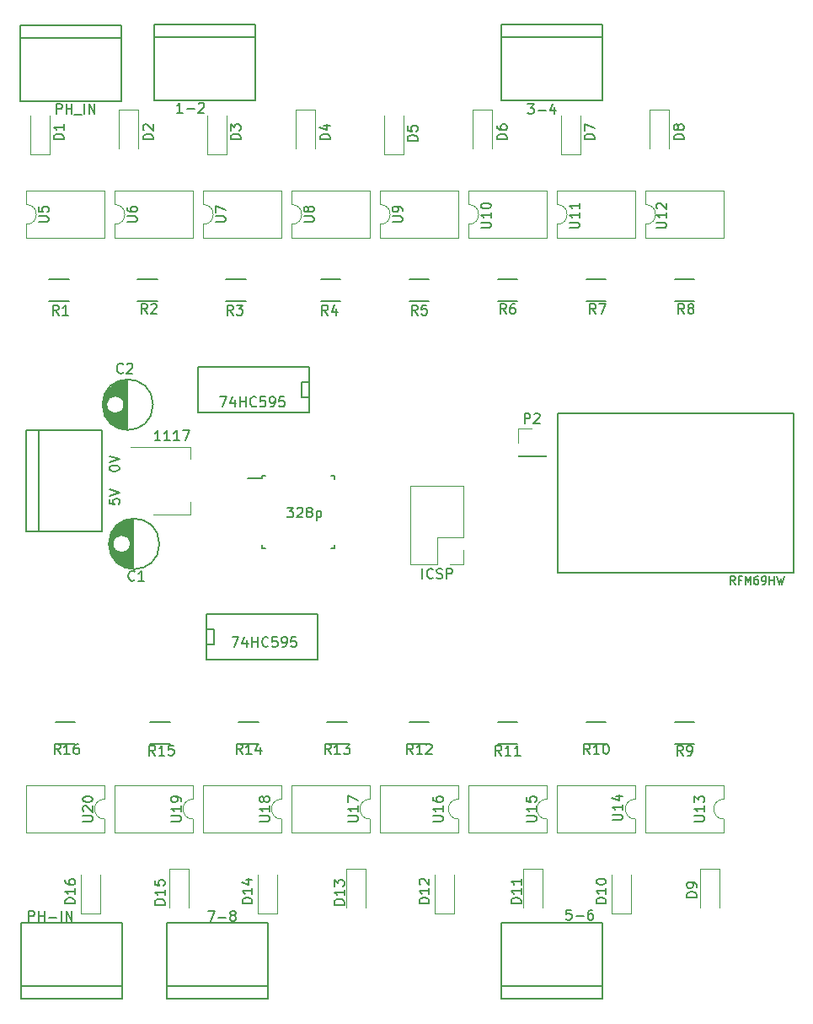
<source format=gto>
G04 #@! TF.FileFunction,Legend,Top*
%FSLAX46Y46*%
G04 Gerber Fmt 4.6, Leading zero omitted, Abs format (unit mm)*
G04 Created by KiCad (PCBNEW 4.0.5-e0-6337~49~ubuntu16.04.1) date Tue Jan 17 08:40:45 2017*
%MOMM*%
%LPD*%
G01*
G04 APERTURE LIST*
%ADD10C,0.100000*%
%ADD11C,0.150000*%
%ADD12C,0.120000*%
%ADD13C,0.160000*%
G04 APERTURE END LIST*
D10*
D11*
X153745000Y-92310000D02*
X153745000Y-92535000D01*
X160995000Y-92310000D02*
X160995000Y-92635000D01*
X160995000Y-99560000D02*
X160995000Y-99235000D01*
X153745000Y-99560000D02*
X153745000Y-99235000D01*
X153745000Y-92310000D02*
X154070000Y-92310000D01*
X153745000Y-99560000D02*
X154070000Y-99560000D01*
X160995000Y-99560000D02*
X160670000Y-99560000D01*
X160995000Y-92310000D02*
X160670000Y-92310000D01*
X153745000Y-92535000D02*
X152320000Y-92535000D01*
X131335000Y-97840000D02*
X131335000Y-87680000D01*
X130065000Y-97840000D02*
X137685000Y-97840000D01*
X137685000Y-97840000D02*
X137685000Y-87680000D01*
X137685000Y-87680000D02*
X130065000Y-87680000D01*
X130065000Y-87680000D02*
X130065000Y-97840000D01*
D12*
X179475000Y-90220000D02*
X179475000Y-90340000D01*
X179475000Y-90340000D02*
X182255000Y-90340000D01*
X182255000Y-90340000D02*
X182255000Y-90220000D01*
X182255000Y-90220000D02*
X179475000Y-90220000D01*
X179475000Y-88950000D02*
X179475000Y-87560000D01*
X179475000Y-87560000D02*
X180865000Y-87560000D01*
X174000000Y-98475000D02*
X174000000Y-93275000D01*
X174000000Y-93275000D02*
X168680000Y-93275000D01*
X168680000Y-93275000D02*
X168680000Y-101135000D01*
X168680000Y-101135000D02*
X171340000Y-101135000D01*
X171340000Y-101135000D02*
X171340000Y-98475000D01*
X171340000Y-98475000D02*
X174000000Y-98475000D01*
X174000000Y-99745000D02*
X174000000Y-101135000D01*
X174000000Y-101135000D02*
X172610000Y-101135000D01*
X146580000Y-96170000D02*
X146580000Y-94910000D01*
X146580000Y-89350000D02*
X146580000Y-90610000D01*
X142820000Y-96170000D02*
X146580000Y-96170000D01*
X140570000Y-89350000D02*
X146580000Y-89350000D01*
D11*
X207125000Y-86015000D02*
X207125000Y-102015000D01*
X183425000Y-86015000D02*
X207125000Y-86015000D01*
X183425000Y-102015000D02*
X183425000Y-86015000D01*
X207125000Y-102015000D02*
X183425000Y-102015000D01*
X158513000Y-84378000D02*
X157751000Y-84378000D01*
X157751000Y-84378000D02*
X157751000Y-82854000D01*
X157751000Y-82854000D02*
X158513000Y-82854000D01*
X147337000Y-85902000D02*
X147337000Y-81330000D01*
X147337000Y-81330000D02*
X158513000Y-81330000D01*
X158513000Y-81330000D02*
X158513000Y-85902000D01*
X158513000Y-85902000D02*
X147337000Y-85902000D01*
X140805000Y-101609000D02*
X140805000Y-96611000D01*
X140665000Y-101601000D02*
X140665000Y-96619000D01*
X140525000Y-101585000D02*
X140525000Y-99205000D01*
X140525000Y-99015000D02*
X140525000Y-96635000D01*
X140385000Y-101561000D02*
X140385000Y-99600000D01*
X140385000Y-98620000D02*
X140385000Y-96659000D01*
X140245000Y-101528000D02*
X140245000Y-99767000D01*
X140245000Y-98453000D02*
X140245000Y-96692000D01*
X140105000Y-101487000D02*
X140105000Y-99874000D01*
X140105000Y-98346000D02*
X140105000Y-96733000D01*
X139965000Y-101437000D02*
X139965000Y-99945000D01*
X139965000Y-98275000D02*
X139965000Y-96783000D01*
X139825000Y-101376000D02*
X139825000Y-99989000D01*
X139825000Y-98231000D02*
X139825000Y-96844000D01*
X139685000Y-101306000D02*
X139685000Y-100008000D01*
X139685000Y-98212000D02*
X139685000Y-96914000D01*
X139545000Y-101224000D02*
X139545000Y-100006000D01*
X139545000Y-98214000D02*
X139545000Y-96996000D01*
X139405000Y-101129000D02*
X139405000Y-99981000D01*
X139405000Y-98239000D02*
X139405000Y-97091000D01*
X139265000Y-101018000D02*
X139265000Y-99933000D01*
X139265000Y-98287000D02*
X139265000Y-97202000D01*
X139125000Y-100890000D02*
X139125000Y-99855000D01*
X139125000Y-98365000D02*
X139125000Y-97330000D01*
X138985000Y-100741000D02*
X138985000Y-99738000D01*
X138985000Y-98482000D02*
X138985000Y-97479000D01*
X138845000Y-100562000D02*
X138845000Y-99550000D01*
X138845000Y-98670000D02*
X138845000Y-97658000D01*
X138705000Y-100343000D02*
X138705000Y-97877000D01*
X138565000Y-100054000D02*
X138565000Y-98166000D01*
X138425000Y-99582000D02*
X138425000Y-98638000D01*
X140530000Y-99110000D02*
G75*
G03X140530000Y-99110000I-900000J0D01*
G01*
X143417500Y-99110000D02*
G75*
G03X143417500Y-99110000I-2537500J0D01*
G01*
X140170000Y-87639000D02*
X140170000Y-82641000D01*
X140030000Y-87631000D02*
X140030000Y-82649000D01*
X139890000Y-87615000D02*
X139890000Y-85235000D01*
X139890000Y-85045000D02*
X139890000Y-82665000D01*
X139750000Y-87591000D02*
X139750000Y-85630000D01*
X139750000Y-84650000D02*
X139750000Y-82689000D01*
X139610000Y-87558000D02*
X139610000Y-85797000D01*
X139610000Y-84483000D02*
X139610000Y-82722000D01*
X139470000Y-87517000D02*
X139470000Y-85904000D01*
X139470000Y-84376000D02*
X139470000Y-82763000D01*
X139330000Y-87467000D02*
X139330000Y-85975000D01*
X139330000Y-84305000D02*
X139330000Y-82813000D01*
X139190000Y-87406000D02*
X139190000Y-86019000D01*
X139190000Y-84261000D02*
X139190000Y-82874000D01*
X139050000Y-87336000D02*
X139050000Y-86038000D01*
X139050000Y-84242000D02*
X139050000Y-82944000D01*
X138910000Y-87254000D02*
X138910000Y-86036000D01*
X138910000Y-84244000D02*
X138910000Y-83026000D01*
X138770000Y-87159000D02*
X138770000Y-86011000D01*
X138770000Y-84269000D02*
X138770000Y-83121000D01*
X138630000Y-87048000D02*
X138630000Y-85963000D01*
X138630000Y-84317000D02*
X138630000Y-83232000D01*
X138490000Y-86920000D02*
X138490000Y-85885000D01*
X138490000Y-84395000D02*
X138490000Y-83360000D01*
X138350000Y-86771000D02*
X138350000Y-85768000D01*
X138350000Y-84512000D02*
X138350000Y-83509000D01*
X138210000Y-86592000D02*
X138210000Y-85580000D01*
X138210000Y-84700000D02*
X138210000Y-83688000D01*
X138070000Y-86373000D02*
X138070000Y-83907000D01*
X137930000Y-86084000D02*
X137930000Y-84196000D01*
X137790000Y-85612000D02*
X137790000Y-84668000D01*
X139895000Y-85140000D02*
G75*
G03X139895000Y-85140000I-900000J0D01*
G01*
X142782500Y-85140000D02*
G75*
G03X142782500Y-85140000I-2537500J0D01*
G01*
D12*
X130445000Y-60035000D02*
X132445000Y-60035000D01*
X132445000Y-60035000D02*
X132445000Y-56135000D01*
X130445000Y-60035000D02*
X130445000Y-56135000D01*
X141335000Y-55535000D02*
X139335000Y-55535000D01*
X139335000Y-55535000D02*
X139335000Y-59435000D01*
X141335000Y-55535000D02*
X141335000Y-59435000D01*
X148225000Y-60035000D02*
X150225000Y-60035000D01*
X150225000Y-60035000D02*
X150225000Y-56135000D01*
X148225000Y-60035000D02*
X148225000Y-56135000D01*
X159115000Y-55535000D02*
X157115000Y-55535000D01*
X157115000Y-55535000D02*
X157115000Y-59435000D01*
X159115000Y-55535000D02*
X159115000Y-59435000D01*
X166005000Y-60035000D02*
X168005000Y-60035000D01*
X168005000Y-60035000D02*
X168005000Y-56135000D01*
X166005000Y-60035000D02*
X166005000Y-56135000D01*
X176895000Y-55535000D02*
X174895000Y-55535000D01*
X174895000Y-55535000D02*
X174895000Y-59435000D01*
X176895000Y-55535000D02*
X176895000Y-59435000D01*
X183785000Y-60035000D02*
X185785000Y-60035000D01*
X185785000Y-60035000D02*
X185785000Y-56135000D01*
X183785000Y-60035000D02*
X183785000Y-56135000D01*
X194675000Y-55535000D02*
X192675000Y-55535000D01*
X192675000Y-55535000D02*
X192675000Y-59435000D01*
X194675000Y-55535000D02*
X194675000Y-59435000D01*
X199755000Y-131735000D02*
X197755000Y-131735000D01*
X197755000Y-131735000D02*
X197755000Y-135635000D01*
X199755000Y-131735000D02*
X199755000Y-135635000D01*
X188865000Y-136235000D02*
X190865000Y-136235000D01*
X190865000Y-136235000D02*
X190865000Y-132335000D01*
X188865000Y-136235000D02*
X188865000Y-132335000D01*
X181975000Y-131735000D02*
X179975000Y-131735000D01*
X179975000Y-131735000D02*
X179975000Y-135635000D01*
X181975000Y-131735000D02*
X181975000Y-135635000D01*
X171085000Y-136235000D02*
X173085000Y-136235000D01*
X173085000Y-136235000D02*
X173085000Y-132335000D01*
X171085000Y-136235000D02*
X171085000Y-132335000D01*
X164195000Y-131735000D02*
X162195000Y-131735000D01*
X162195000Y-131735000D02*
X162195000Y-135635000D01*
X164195000Y-131735000D02*
X164195000Y-135635000D01*
X153305000Y-136235000D02*
X155305000Y-136235000D01*
X155305000Y-136235000D02*
X155305000Y-132335000D01*
X153305000Y-136235000D02*
X153305000Y-132335000D01*
X146415000Y-131735000D02*
X144415000Y-131735000D01*
X144415000Y-131735000D02*
X144415000Y-135635000D01*
X146415000Y-131735000D02*
X146415000Y-135635000D01*
X135500000Y-136250000D02*
X137500000Y-136250000D01*
X137500000Y-136250000D02*
X137500000Y-132350000D01*
X135500000Y-136250000D02*
X135500000Y-132350000D01*
D11*
X129430000Y-48310000D02*
X139590000Y-48310000D01*
X129430000Y-47040000D02*
X129430000Y-54660000D01*
X129430000Y-54660000D02*
X139590000Y-54660000D01*
X139590000Y-54660000D02*
X139590000Y-47040000D01*
X139590000Y-47040000D02*
X129430000Y-47040000D01*
X142875000Y-48260000D02*
X153035000Y-48260000D01*
X142875000Y-46990000D02*
X142875000Y-54610000D01*
X142875000Y-54610000D02*
X153035000Y-54610000D01*
X153035000Y-54610000D02*
X153035000Y-46990000D01*
X153035000Y-46990000D02*
X142875000Y-46990000D01*
X177800000Y-48260000D02*
X187960000Y-48260000D01*
X177800000Y-46990000D02*
X177800000Y-54610000D01*
X177800000Y-54610000D02*
X187960000Y-54610000D01*
X187960000Y-54610000D02*
X187960000Y-46990000D01*
X187960000Y-46990000D02*
X177800000Y-46990000D01*
X187960000Y-143510000D02*
X177800000Y-143510000D01*
X187960000Y-144780000D02*
X187960000Y-137160000D01*
X187960000Y-137160000D02*
X177800000Y-137160000D01*
X177800000Y-137160000D02*
X177800000Y-144780000D01*
X177800000Y-144780000D02*
X187960000Y-144780000D01*
X154305000Y-143510000D02*
X144145000Y-143510000D01*
X154305000Y-144780000D02*
X154305000Y-137160000D01*
X154305000Y-137160000D02*
X144145000Y-137160000D01*
X144145000Y-137160000D02*
X144145000Y-144780000D01*
X144145000Y-144780000D02*
X154305000Y-144780000D01*
X134350000Y-74735000D02*
X132350000Y-74735000D01*
X132350000Y-72585000D02*
X134350000Y-72585000D01*
X143240000Y-74735000D02*
X141240000Y-74735000D01*
X141240000Y-72585000D02*
X143240000Y-72585000D01*
X152130000Y-74735000D02*
X150130000Y-74735000D01*
X150130000Y-72585000D02*
X152130000Y-72585000D01*
X161655000Y-74735000D02*
X159655000Y-74735000D01*
X159655000Y-72585000D02*
X161655000Y-72585000D01*
X170545000Y-74735000D02*
X168545000Y-74735000D01*
X168545000Y-72585000D02*
X170545000Y-72585000D01*
X179435000Y-74735000D02*
X177435000Y-74735000D01*
X177435000Y-72585000D02*
X179435000Y-72585000D01*
X188325000Y-74735000D02*
X186325000Y-74735000D01*
X186325000Y-72585000D02*
X188325000Y-72585000D01*
X197215000Y-74735000D02*
X195215000Y-74735000D01*
X195215000Y-72585000D02*
X197215000Y-72585000D01*
X195215000Y-117035000D02*
X197215000Y-117035000D01*
X197215000Y-119185000D02*
X195215000Y-119185000D01*
X186325000Y-117035000D02*
X188325000Y-117035000D01*
X188325000Y-119185000D02*
X186325000Y-119185000D01*
X177435000Y-117035000D02*
X179435000Y-117035000D01*
X179435000Y-119185000D02*
X177435000Y-119185000D01*
X168545000Y-117035000D02*
X170545000Y-117035000D01*
X170545000Y-119185000D02*
X168545000Y-119185000D01*
X160290000Y-117035000D02*
X162290000Y-117035000D01*
X162290000Y-119185000D02*
X160290000Y-119185000D01*
X151400000Y-117035000D02*
X153400000Y-117035000D01*
X153400000Y-119185000D02*
X151400000Y-119185000D01*
X142510000Y-117035000D02*
X144510000Y-117035000D01*
X144510000Y-119185000D02*
X142510000Y-119185000D01*
X132985000Y-117035000D02*
X134985000Y-117035000D01*
X134985000Y-119185000D02*
X132985000Y-119185000D01*
X148142000Y-107698000D02*
X148904000Y-107698000D01*
X148904000Y-107698000D02*
X148904000Y-109222000D01*
X148904000Y-109222000D02*
X148142000Y-109222000D01*
X159318000Y-106174000D02*
X159318000Y-110746000D01*
X159318000Y-110746000D02*
X148142000Y-110746000D01*
X148142000Y-110746000D02*
X148142000Y-106174000D01*
X148142000Y-106174000D02*
X159318000Y-106174000D01*
D12*
X130055000Y-65040000D02*
G75*
G02X130055000Y-67040000I0J-1000000D01*
G01*
X130055000Y-67040000D02*
X130055000Y-68410000D01*
X130055000Y-68410000D02*
X137915000Y-68410000D01*
X137915000Y-68410000D02*
X137915000Y-63670000D01*
X137915000Y-63670000D02*
X130055000Y-63670000D01*
X130055000Y-63670000D02*
X130055000Y-65040000D01*
X138945000Y-65040000D02*
G75*
G02X138945000Y-67040000I0J-1000000D01*
G01*
X138945000Y-67040000D02*
X138945000Y-68410000D01*
X138945000Y-68410000D02*
X146805000Y-68410000D01*
X146805000Y-68410000D02*
X146805000Y-63670000D01*
X146805000Y-63670000D02*
X138945000Y-63670000D01*
X138945000Y-63670000D02*
X138945000Y-65040000D01*
X147835000Y-65040000D02*
G75*
G02X147835000Y-67040000I0J-1000000D01*
G01*
X147835000Y-67040000D02*
X147835000Y-68410000D01*
X147835000Y-68410000D02*
X155695000Y-68410000D01*
X155695000Y-68410000D02*
X155695000Y-63670000D01*
X155695000Y-63670000D02*
X147835000Y-63670000D01*
X147835000Y-63670000D02*
X147835000Y-65040000D01*
X156725000Y-65040000D02*
G75*
G02X156725000Y-67040000I0J-1000000D01*
G01*
X156725000Y-67040000D02*
X156725000Y-68410000D01*
X156725000Y-68410000D02*
X164585000Y-68410000D01*
X164585000Y-68410000D02*
X164585000Y-63670000D01*
X164585000Y-63670000D02*
X156725000Y-63670000D01*
X156725000Y-63670000D02*
X156725000Y-65040000D01*
X165615000Y-65040000D02*
G75*
G02X165615000Y-67040000I0J-1000000D01*
G01*
X165615000Y-67040000D02*
X165615000Y-68410000D01*
X165615000Y-68410000D02*
X173475000Y-68410000D01*
X173475000Y-68410000D02*
X173475000Y-63670000D01*
X173475000Y-63670000D02*
X165615000Y-63670000D01*
X165615000Y-63670000D02*
X165615000Y-65040000D01*
X174505000Y-65040000D02*
G75*
G02X174505000Y-67040000I0J-1000000D01*
G01*
X174505000Y-67040000D02*
X174505000Y-68410000D01*
X174505000Y-68410000D02*
X182365000Y-68410000D01*
X182365000Y-68410000D02*
X182365000Y-63670000D01*
X182365000Y-63670000D02*
X174505000Y-63670000D01*
X174505000Y-63670000D02*
X174505000Y-65040000D01*
X183395000Y-65040000D02*
G75*
G02X183395000Y-67040000I0J-1000000D01*
G01*
X183395000Y-67040000D02*
X183395000Y-68410000D01*
X183395000Y-68410000D02*
X191255000Y-68410000D01*
X191255000Y-68410000D02*
X191255000Y-63670000D01*
X191255000Y-63670000D02*
X183395000Y-63670000D01*
X183395000Y-63670000D02*
X183395000Y-65040000D01*
X192285000Y-65040000D02*
G75*
G02X192285000Y-67040000I0J-1000000D01*
G01*
X192285000Y-67040000D02*
X192285000Y-68410000D01*
X192285000Y-68410000D02*
X200145000Y-68410000D01*
X200145000Y-68410000D02*
X200145000Y-63670000D01*
X200145000Y-63670000D02*
X192285000Y-63670000D01*
X192285000Y-63670000D02*
X192285000Y-65040000D01*
X200145000Y-126730000D02*
G75*
G02X200145000Y-124730000I0J1000000D01*
G01*
X200145000Y-124730000D02*
X200145000Y-123360000D01*
X200145000Y-123360000D02*
X192285000Y-123360000D01*
X192285000Y-123360000D02*
X192285000Y-128100000D01*
X192285000Y-128100000D02*
X200145000Y-128100000D01*
X200145000Y-128100000D02*
X200145000Y-126730000D01*
X191255000Y-126730000D02*
G75*
G02X191255000Y-124730000I0J1000000D01*
G01*
X191255000Y-124730000D02*
X191255000Y-123360000D01*
X191255000Y-123360000D02*
X183395000Y-123360000D01*
X183395000Y-123360000D02*
X183395000Y-128100000D01*
X183395000Y-128100000D02*
X191255000Y-128100000D01*
X191255000Y-128100000D02*
X191255000Y-126730000D01*
X182365000Y-126730000D02*
G75*
G02X182365000Y-124730000I0J1000000D01*
G01*
X182365000Y-124730000D02*
X182365000Y-123360000D01*
X182365000Y-123360000D02*
X174505000Y-123360000D01*
X174505000Y-123360000D02*
X174505000Y-128100000D01*
X174505000Y-128100000D02*
X182365000Y-128100000D01*
X182365000Y-128100000D02*
X182365000Y-126730000D01*
X173475000Y-126730000D02*
G75*
G02X173475000Y-124730000I0J1000000D01*
G01*
X173475000Y-124730000D02*
X173475000Y-123360000D01*
X173475000Y-123360000D02*
X165615000Y-123360000D01*
X165615000Y-123360000D02*
X165615000Y-128100000D01*
X165615000Y-128100000D02*
X173475000Y-128100000D01*
X173475000Y-128100000D02*
X173475000Y-126730000D01*
X164585000Y-126730000D02*
G75*
G02X164585000Y-124730000I0J1000000D01*
G01*
X164585000Y-124730000D02*
X164585000Y-123360000D01*
X164585000Y-123360000D02*
X156725000Y-123360000D01*
X156725000Y-123360000D02*
X156725000Y-128100000D01*
X156725000Y-128100000D02*
X164585000Y-128100000D01*
X164585000Y-128100000D02*
X164585000Y-126730000D01*
X155695000Y-126730000D02*
G75*
G02X155695000Y-124730000I0J1000000D01*
G01*
X155695000Y-124730000D02*
X155695000Y-123360000D01*
X155695000Y-123360000D02*
X147835000Y-123360000D01*
X147835000Y-123360000D02*
X147835000Y-128100000D01*
X147835000Y-128100000D02*
X155695000Y-128100000D01*
X155695000Y-128100000D02*
X155695000Y-126730000D01*
X146805000Y-126730000D02*
G75*
G02X146805000Y-124730000I0J1000000D01*
G01*
X146805000Y-124730000D02*
X146805000Y-123360000D01*
X146805000Y-123360000D02*
X138945000Y-123360000D01*
X138945000Y-123360000D02*
X138945000Y-128100000D01*
X138945000Y-128100000D02*
X146805000Y-128100000D01*
X146805000Y-128100000D02*
X146805000Y-126730000D01*
X137915000Y-126730000D02*
G75*
G02X137915000Y-124730000I0J1000000D01*
G01*
X137915000Y-124730000D02*
X137915000Y-123360000D01*
X137915000Y-123360000D02*
X130055000Y-123360000D01*
X130055000Y-123360000D02*
X130055000Y-128100000D01*
X130055000Y-128100000D02*
X137915000Y-128100000D01*
X137915000Y-128100000D02*
X137915000Y-126730000D01*
D11*
X139700000Y-143510000D02*
X129540000Y-143510000D01*
X139700000Y-144780000D02*
X139700000Y-137160000D01*
X139700000Y-137160000D02*
X129540000Y-137160000D01*
X129540000Y-137160000D02*
X129540000Y-144780000D01*
X129540000Y-144780000D02*
X139700000Y-144780000D01*
X156261905Y-95452381D02*
X156880953Y-95452381D01*
X156547619Y-95833333D01*
X156690477Y-95833333D01*
X156785715Y-95880952D01*
X156833334Y-95928571D01*
X156880953Y-96023810D01*
X156880953Y-96261905D01*
X156833334Y-96357143D01*
X156785715Y-96404762D01*
X156690477Y-96452381D01*
X156404762Y-96452381D01*
X156309524Y-96404762D01*
X156261905Y-96357143D01*
X157261905Y-95547619D02*
X157309524Y-95500000D01*
X157404762Y-95452381D01*
X157642858Y-95452381D01*
X157738096Y-95500000D01*
X157785715Y-95547619D01*
X157833334Y-95642857D01*
X157833334Y-95738095D01*
X157785715Y-95880952D01*
X157214286Y-96452381D01*
X157833334Y-96452381D01*
X158404762Y-95880952D02*
X158309524Y-95833333D01*
X158261905Y-95785714D01*
X158214286Y-95690476D01*
X158214286Y-95642857D01*
X158261905Y-95547619D01*
X158309524Y-95500000D01*
X158404762Y-95452381D01*
X158595239Y-95452381D01*
X158690477Y-95500000D01*
X158738096Y-95547619D01*
X158785715Y-95642857D01*
X158785715Y-95690476D01*
X158738096Y-95785714D01*
X158690477Y-95833333D01*
X158595239Y-95880952D01*
X158404762Y-95880952D01*
X158309524Y-95928571D01*
X158261905Y-95976190D01*
X158214286Y-96071429D01*
X158214286Y-96261905D01*
X158261905Y-96357143D01*
X158309524Y-96404762D01*
X158404762Y-96452381D01*
X158595239Y-96452381D01*
X158690477Y-96404762D01*
X158738096Y-96357143D01*
X158785715Y-96261905D01*
X158785715Y-96071429D01*
X158738096Y-95976190D01*
X158690477Y-95928571D01*
X158595239Y-95880952D01*
X159214286Y-95785714D02*
X159214286Y-96785714D01*
X159214286Y-95833333D02*
X159309524Y-95785714D01*
X159500001Y-95785714D01*
X159595239Y-95833333D01*
X159642858Y-95880952D01*
X159690477Y-95976190D01*
X159690477Y-96261905D01*
X159642858Y-96357143D01*
X159595239Y-96404762D01*
X159500001Y-96452381D01*
X159309524Y-96452381D01*
X159214286Y-96404762D01*
X138407381Y-94617143D02*
X138407381Y-95093334D01*
X138883571Y-95140953D01*
X138835952Y-95093334D01*
X138788333Y-94998096D01*
X138788333Y-94760000D01*
X138835952Y-94664762D01*
X138883571Y-94617143D01*
X138978810Y-94569524D01*
X139216905Y-94569524D01*
X139312143Y-94617143D01*
X139359762Y-94664762D01*
X139407381Y-94760000D01*
X139407381Y-94998096D01*
X139359762Y-95093334D01*
X139312143Y-95140953D01*
X138407381Y-94283810D02*
X139407381Y-93950477D01*
X138407381Y-93617143D01*
X138407381Y-91569524D02*
X138407381Y-91474285D01*
X138455000Y-91379047D01*
X138502619Y-91331428D01*
X138597857Y-91283809D01*
X138788333Y-91236190D01*
X139026429Y-91236190D01*
X139216905Y-91283809D01*
X139312143Y-91331428D01*
X139359762Y-91379047D01*
X139407381Y-91474285D01*
X139407381Y-91569524D01*
X139359762Y-91664762D01*
X139312143Y-91712381D01*
X139216905Y-91760000D01*
X139026429Y-91807619D01*
X138788333Y-91807619D01*
X138597857Y-91760000D01*
X138502619Y-91712381D01*
X138455000Y-91664762D01*
X138407381Y-91569524D01*
X138407381Y-90950476D02*
X139407381Y-90617143D01*
X138407381Y-90283809D01*
X180126905Y-87012381D02*
X180126905Y-86012381D01*
X180507858Y-86012381D01*
X180603096Y-86060000D01*
X180650715Y-86107619D01*
X180698334Y-86202857D01*
X180698334Y-86345714D01*
X180650715Y-86440952D01*
X180603096Y-86488571D01*
X180507858Y-86536190D01*
X180126905Y-86536190D01*
X181079286Y-86107619D02*
X181126905Y-86060000D01*
X181222143Y-86012381D01*
X181460239Y-86012381D01*
X181555477Y-86060000D01*
X181603096Y-86107619D01*
X181650715Y-86202857D01*
X181650715Y-86298095D01*
X181603096Y-86440952D01*
X181031667Y-87012381D01*
X181650715Y-87012381D01*
X169863810Y-102587381D02*
X169863810Y-101587381D01*
X170911429Y-102492143D02*
X170863810Y-102539762D01*
X170720953Y-102587381D01*
X170625715Y-102587381D01*
X170482857Y-102539762D01*
X170387619Y-102444524D01*
X170340000Y-102349286D01*
X170292381Y-102158810D01*
X170292381Y-102015952D01*
X170340000Y-101825476D01*
X170387619Y-101730238D01*
X170482857Y-101635000D01*
X170625715Y-101587381D01*
X170720953Y-101587381D01*
X170863810Y-101635000D01*
X170911429Y-101682619D01*
X171292381Y-102539762D02*
X171435238Y-102587381D01*
X171673334Y-102587381D01*
X171768572Y-102539762D01*
X171816191Y-102492143D01*
X171863810Y-102396905D01*
X171863810Y-102301667D01*
X171816191Y-102206429D01*
X171768572Y-102158810D01*
X171673334Y-102111190D01*
X171482857Y-102063571D01*
X171387619Y-102015952D01*
X171340000Y-101968333D01*
X171292381Y-101873095D01*
X171292381Y-101777857D01*
X171340000Y-101682619D01*
X171387619Y-101635000D01*
X171482857Y-101587381D01*
X171720953Y-101587381D01*
X171863810Y-101635000D01*
X172292381Y-102587381D02*
X172292381Y-101587381D01*
X172673334Y-101587381D01*
X172768572Y-101635000D01*
X172816191Y-101682619D01*
X172863810Y-101777857D01*
X172863810Y-101920714D01*
X172816191Y-102015952D01*
X172768572Y-102063571D01*
X172673334Y-102111190D01*
X172292381Y-102111190D01*
X143527143Y-88712381D02*
X142955714Y-88712381D01*
X143241428Y-88712381D02*
X143241428Y-87712381D01*
X143146190Y-87855238D01*
X143050952Y-87950476D01*
X142955714Y-87998095D01*
X144479524Y-88712381D02*
X143908095Y-88712381D01*
X144193809Y-88712381D02*
X144193809Y-87712381D01*
X144098571Y-87855238D01*
X144003333Y-87950476D01*
X143908095Y-87998095D01*
X145431905Y-88712381D02*
X144860476Y-88712381D01*
X145146190Y-88712381D02*
X145146190Y-87712381D01*
X145050952Y-87855238D01*
X144955714Y-87950476D01*
X144860476Y-87998095D01*
X145765238Y-87712381D02*
X146431905Y-87712381D01*
X146003333Y-88712381D01*
D13*
X201280524Y-103154905D02*
X201013857Y-102773952D01*
X200823381Y-103154905D02*
X200823381Y-102354905D01*
X201128143Y-102354905D01*
X201204334Y-102393000D01*
X201242429Y-102431095D01*
X201280524Y-102507286D01*
X201280524Y-102621571D01*
X201242429Y-102697762D01*
X201204334Y-102735857D01*
X201128143Y-102773952D01*
X200823381Y-102773952D01*
X201890048Y-102735857D02*
X201623381Y-102735857D01*
X201623381Y-103154905D02*
X201623381Y-102354905D01*
X202004334Y-102354905D01*
X202309095Y-103154905D02*
X202309095Y-102354905D01*
X202575762Y-102926333D01*
X202842429Y-102354905D01*
X202842429Y-103154905D01*
X203566238Y-102354905D02*
X203413857Y-102354905D01*
X203337667Y-102393000D01*
X203299572Y-102431095D01*
X203223381Y-102545381D01*
X203185286Y-102697762D01*
X203185286Y-103002524D01*
X203223381Y-103078714D01*
X203261476Y-103116810D01*
X203337667Y-103154905D01*
X203490048Y-103154905D01*
X203566238Y-103116810D01*
X203604334Y-103078714D01*
X203642429Y-103002524D01*
X203642429Y-102812048D01*
X203604334Y-102735857D01*
X203566238Y-102697762D01*
X203490048Y-102659667D01*
X203337667Y-102659667D01*
X203261476Y-102697762D01*
X203223381Y-102735857D01*
X203185286Y-102812048D01*
X204023381Y-103154905D02*
X204175762Y-103154905D01*
X204251953Y-103116810D01*
X204290048Y-103078714D01*
X204366239Y-102964429D01*
X204404334Y-102812048D01*
X204404334Y-102507286D01*
X204366239Y-102431095D01*
X204328143Y-102393000D01*
X204251953Y-102354905D01*
X204099572Y-102354905D01*
X204023381Y-102393000D01*
X203985286Y-102431095D01*
X203947191Y-102507286D01*
X203947191Y-102697762D01*
X203985286Y-102773952D01*
X204023381Y-102812048D01*
X204099572Y-102850143D01*
X204251953Y-102850143D01*
X204328143Y-102812048D01*
X204366239Y-102773952D01*
X204404334Y-102697762D01*
X204747191Y-103154905D02*
X204747191Y-102354905D01*
X204747191Y-102735857D02*
X205204334Y-102735857D01*
X205204334Y-103154905D02*
X205204334Y-102354905D01*
X205509096Y-102354905D02*
X205699572Y-103154905D01*
X205851953Y-102583476D01*
X206004334Y-103154905D01*
X206194810Y-102354905D01*
D11*
X149536095Y-84338381D02*
X150202762Y-84338381D01*
X149774190Y-85338381D01*
X151012286Y-84671714D02*
X151012286Y-85338381D01*
X150774190Y-84290762D02*
X150536095Y-85005048D01*
X151155143Y-85005048D01*
X151536095Y-85338381D02*
X151536095Y-84338381D01*
X151536095Y-84814571D02*
X152107524Y-84814571D01*
X152107524Y-85338381D02*
X152107524Y-84338381D01*
X153155143Y-85243143D02*
X153107524Y-85290762D01*
X152964667Y-85338381D01*
X152869429Y-85338381D01*
X152726571Y-85290762D01*
X152631333Y-85195524D01*
X152583714Y-85100286D01*
X152536095Y-84909810D01*
X152536095Y-84766952D01*
X152583714Y-84576476D01*
X152631333Y-84481238D01*
X152726571Y-84386000D01*
X152869429Y-84338381D01*
X152964667Y-84338381D01*
X153107524Y-84386000D01*
X153155143Y-84433619D01*
X154059905Y-84338381D02*
X153583714Y-84338381D01*
X153536095Y-84814571D01*
X153583714Y-84766952D01*
X153678952Y-84719333D01*
X153917048Y-84719333D01*
X154012286Y-84766952D01*
X154059905Y-84814571D01*
X154107524Y-84909810D01*
X154107524Y-85147905D01*
X154059905Y-85243143D01*
X154012286Y-85290762D01*
X153917048Y-85338381D01*
X153678952Y-85338381D01*
X153583714Y-85290762D01*
X153536095Y-85243143D01*
X154583714Y-85338381D02*
X154774190Y-85338381D01*
X154869429Y-85290762D01*
X154917048Y-85243143D01*
X155012286Y-85100286D01*
X155059905Y-84909810D01*
X155059905Y-84528857D01*
X155012286Y-84433619D01*
X154964667Y-84386000D01*
X154869429Y-84338381D01*
X154678952Y-84338381D01*
X154583714Y-84386000D01*
X154536095Y-84433619D01*
X154488476Y-84528857D01*
X154488476Y-84766952D01*
X154536095Y-84862190D01*
X154583714Y-84909810D01*
X154678952Y-84957429D01*
X154869429Y-84957429D01*
X154964667Y-84909810D01*
X155012286Y-84862190D01*
X155059905Y-84766952D01*
X155964667Y-84338381D02*
X155488476Y-84338381D01*
X155440857Y-84814571D01*
X155488476Y-84766952D01*
X155583714Y-84719333D01*
X155821810Y-84719333D01*
X155917048Y-84766952D01*
X155964667Y-84814571D01*
X156012286Y-84909810D01*
X156012286Y-85147905D01*
X155964667Y-85243143D01*
X155917048Y-85290762D01*
X155821810Y-85338381D01*
X155583714Y-85338381D01*
X155488476Y-85290762D01*
X155440857Y-85243143D01*
X140930334Y-102719143D02*
X140882715Y-102766762D01*
X140739858Y-102814381D01*
X140644620Y-102814381D01*
X140501762Y-102766762D01*
X140406524Y-102671524D01*
X140358905Y-102576286D01*
X140311286Y-102385810D01*
X140311286Y-102242952D01*
X140358905Y-102052476D01*
X140406524Y-101957238D01*
X140501762Y-101862000D01*
X140644620Y-101814381D01*
X140739858Y-101814381D01*
X140882715Y-101862000D01*
X140930334Y-101909619D01*
X141882715Y-102814381D02*
X141311286Y-102814381D01*
X141597000Y-102814381D02*
X141597000Y-101814381D01*
X141501762Y-101957238D01*
X141406524Y-102052476D01*
X141311286Y-102100095D01*
X139787334Y-81891143D02*
X139739715Y-81938762D01*
X139596858Y-81986381D01*
X139501620Y-81986381D01*
X139358762Y-81938762D01*
X139263524Y-81843524D01*
X139215905Y-81748286D01*
X139168286Y-81557810D01*
X139168286Y-81414952D01*
X139215905Y-81224476D01*
X139263524Y-81129238D01*
X139358762Y-81034000D01*
X139501620Y-80986381D01*
X139596858Y-80986381D01*
X139739715Y-81034000D01*
X139787334Y-81081619D01*
X140168286Y-81081619D02*
X140215905Y-81034000D01*
X140311143Y-80986381D01*
X140549239Y-80986381D01*
X140644477Y-81034000D01*
X140692096Y-81081619D01*
X140739715Y-81176857D01*
X140739715Y-81272095D01*
X140692096Y-81414952D01*
X140120667Y-81986381D01*
X140739715Y-81986381D01*
X133802381Y-58523095D02*
X132802381Y-58523095D01*
X132802381Y-58285000D01*
X132850000Y-58142142D01*
X132945238Y-58046904D01*
X133040476Y-57999285D01*
X133230952Y-57951666D01*
X133373810Y-57951666D01*
X133564286Y-57999285D01*
X133659524Y-58046904D01*
X133754762Y-58142142D01*
X133802381Y-58285000D01*
X133802381Y-58523095D01*
X133802381Y-56999285D02*
X133802381Y-57570714D01*
X133802381Y-57285000D02*
X132802381Y-57285000D01*
X132945238Y-57380238D01*
X133040476Y-57475476D01*
X133088095Y-57570714D01*
X142787381Y-58523095D02*
X141787381Y-58523095D01*
X141787381Y-58285000D01*
X141835000Y-58142142D01*
X141930238Y-58046904D01*
X142025476Y-57999285D01*
X142215952Y-57951666D01*
X142358810Y-57951666D01*
X142549286Y-57999285D01*
X142644524Y-58046904D01*
X142739762Y-58142142D01*
X142787381Y-58285000D01*
X142787381Y-58523095D01*
X141882619Y-57570714D02*
X141835000Y-57523095D01*
X141787381Y-57427857D01*
X141787381Y-57189761D01*
X141835000Y-57094523D01*
X141882619Y-57046904D01*
X141977857Y-56999285D01*
X142073095Y-56999285D01*
X142215952Y-57046904D01*
X142787381Y-57618333D01*
X142787381Y-56999285D01*
X151582381Y-58523095D02*
X150582381Y-58523095D01*
X150582381Y-58285000D01*
X150630000Y-58142142D01*
X150725238Y-58046904D01*
X150820476Y-57999285D01*
X151010952Y-57951666D01*
X151153810Y-57951666D01*
X151344286Y-57999285D01*
X151439524Y-58046904D01*
X151534762Y-58142142D01*
X151582381Y-58285000D01*
X151582381Y-58523095D01*
X150582381Y-57618333D02*
X150582381Y-56999285D01*
X150963333Y-57332619D01*
X150963333Y-57189761D01*
X151010952Y-57094523D01*
X151058571Y-57046904D01*
X151153810Y-56999285D01*
X151391905Y-56999285D01*
X151487143Y-57046904D01*
X151534762Y-57094523D01*
X151582381Y-57189761D01*
X151582381Y-57475476D01*
X151534762Y-57570714D01*
X151487143Y-57618333D01*
X160567381Y-58523095D02*
X159567381Y-58523095D01*
X159567381Y-58285000D01*
X159615000Y-58142142D01*
X159710238Y-58046904D01*
X159805476Y-57999285D01*
X159995952Y-57951666D01*
X160138810Y-57951666D01*
X160329286Y-57999285D01*
X160424524Y-58046904D01*
X160519762Y-58142142D01*
X160567381Y-58285000D01*
X160567381Y-58523095D01*
X159900714Y-57094523D02*
X160567381Y-57094523D01*
X159519762Y-57332619D02*
X160234048Y-57570714D01*
X160234048Y-56951666D01*
X169362381Y-58650095D02*
X168362381Y-58650095D01*
X168362381Y-58412000D01*
X168410000Y-58269142D01*
X168505238Y-58173904D01*
X168600476Y-58126285D01*
X168790952Y-58078666D01*
X168933810Y-58078666D01*
X169124286Y-58126285D01*
X169219524Y-58173904D01*
X169314762Y-58269142D01*
X169362381Y-58412000D01*
X169362381Y-58650095D01*
X168362381Y-57173904D02*
X168362381Y-57650095D01*
X168838571Y-57697714D01*
X168790952Y-57650095D01*
X168743333Y-57554857D01*
X168743333Y-57316761D01*
X168790952Y-57221523D01*
X168838571Y-57173904D01*
X168933810Y-57126285D01*
X169171905Y-57126285D01*
X169267143Y-57173904D01*
X169314762Y-57221523D01*
X169362381Y-57316761D01*
X169362381Y-57554857D01*
X169314762Y-57650095D01*
X169267143Y-57697714D01*
X178347381Y-58523095D02*
X177347381Y-58523095D01*
X177347381Y-58285000D01*
X177395000Y-58142142D01*
X177490238Y-58046904D01*
X177585476Y-57999285D01*
X177775952Y-57951666D01*
X177918810Y-57951666D01*
X178109286Y-57999285D01*
X178204524Y-58046904D01*
X178299762Y-58142142D01*
X178347381Y-58285000D01*
X178347381Y-58523095D01*
X177347381Y-57094523D02*
X177347381Y-57285000D01*
X177395000Y-57380238D01*
X177442619Y-57427857D01*
X177585476Y-57523095D01*
X177775952Y-57570714D01*
X178156905Y-57570714D01*
X178252143Y-57523095D01*
X178299762Y-57475476D01*
X178347381Y-57380238D01*
X178347381Y-57189761D01*
X178299762Y-57094523D01*
X178252143Y-57046904D01*
X178156905Y-56999285D01*
X177918810Y-56999285D01*
X177823571Y-57046904D01*
X177775952Y-57094523D01*
X177728333Y-57189761D01*
X177728333Y-57380238D01*
X177775952Y-57475476D01*
X177823571Y-57523095D01*
X177918810Y-57570714D01*
X187142381Y-58523095D02*
X186142381Y-58523095D01*
X186142381Y-58285000D01*
X186190000Y-58142142D01*
X186285238Y-58046904D01*
X186380476Y-57999285D01*
X186570952Y-57951666D01*
X186713810Y-57951666D01*
X186904286Y-57999285D01*
X186999524Y-58046904D01*
X187094762Y-58142142D01*
X187142381Y-58285000D01*
X187142381Y-58523095D01*
X186142381Y-57618333D02*
X186142381Y-56951666D01*
X187142381Y-57380238D01*
X196127381Y-58523095D02*
X195127381Y-58523095D01*
X195127381Y-58285000D01*
X195175000Y-58142142D01*
X195270238Y-58046904D01*
X195365476Y-57999285D01*
X195555952Y-57951666D01*
X195698810Y-57951666D01*
X195889286Y-57999285D01*
X195984524Y-58046904D01*
X196079762Y-58142142D01*
X196127381Y-58285000D01*
X196127381Y-58523095D01*
X195555952Y-57380238D02*
X195508333Y-57475476D01*
X195460714Y-57523095D01*
X195365476Y-57570714D01*
X195317857Y-57570714D01*
X195222619Y-57523095D01*
X195175000Y-57475476D01*
X195127381Y-57380238D01*
X195127381Y-57189761D01*
X195175000Y-57094523D01*
X195222619Y-57046904D01*
X195317857Y-56999285D01*
X195365476Y-56999285D01*
X195460714Y-57046904D01*
X195508333Y-57094523D01*
X195555952Y-57189761D01*
X195555952Y-57380238D01*
X195603571Y-57475476D01*
X195651190Y-57523095D01*
X195746429Y-57570714D01*
X195936905Y-57570714D01*
X196032143Y-57523095D01*
X196079762Y-57475476D01*
X196127381Y-57380238D01*
X196127381Y-57189761D01*
X196079762Y-57094523D01*
X196032143Y-57046904D01*
X195936905Y-56999285D01*
X195746429Y-56999285D01*
X195651190Y-57046904D01*
X195603571Y-57094523D01*
X195555952Y-57189761D01*
X197429381Y-134596095D02*
X196429381Y-134596095D01*
X196429381Y-134358000D01*
X196477000Y-134215142D01*
X196572238Y-134119904D01*
X196667476Y-134072285D01*
X196857952Y-134024666D01*
X197000810Y-134024666D01*
X197191286Y-134072285D01*
X197286524Y-134119904D01*
X197381762Y-134215142D01*
X197429381Y-134358000D01*
X197429381Y-134596095D01*
X197429381Y-133548476D02*
X197429381Y-133358000D01*
X197381762Y-133262761D01*
X197334143Y-133215142D01*
X197191286Y-133119904D01*
X197000810Y-133072285D01*
X196619857Y-133072285D01*
X196524619Y-133119904D01*
X196477000Y-133167523D01*
X196429381Y-133262761D01*
X196429381Y-133453238D01*
X196477000Y-133548476D01*
X196524619Y-133596095D01*
X196619857Y-133643714D01*
X196857952Y-133643714D01*
X196953190Y-133596095D01*
X197000810Y-133548476D01*
X197048429Y-133453238D01*
X197048429Y-133262761D01*
X197000810Y-133167523D01*
X196953190Y-133119904D01*
X196857952Y-133072285D01*
X188317381Y-135199286D02*
X187317381Y-135199286D01*
X187317381Y-134961191D01*
X187365000Y-134818333D01*
X187460238Y-134723095D01*
X187555476Y-134675476D01*
X187745952Y-134627857D01*
X187888810Y-134627857D01*
X188079286Y-134675476D01*
X188174524Y-134723095D01*
X188269762Y-134818333D01*
X188317381Y-134961191D01*
X188317381Y-135199286D01*
X188317381Y-133675476D02*
X188317381Y-134246905D01*
X188317381Y-133961191D02*
X187317381Y-133961191D01*
X187460238Y-134056429D01*
X187555476Y-134151667D01*
X187603095Y-134246905D01*
X187317381Y-133056429D02*
X187317381Y-132961190D01*
X187365000Y-132865952D01*
X187412619Y-132818333D01*
X187507857Y-132770714D01*
X187698333Y-132723095D01*
X187936429Y-132723095D01*
X188126905Y-132770714D01*
X188222143Y-132818333D01*
X188269762Y-132865952D01*
X188317381Y-132961190D01*
X188317381Y-133056429D01*
X188269762Y-133151667D01*
X188222143Y-133199286D01*
X188126905Y-133246905D01*
X187936429Y-133294524D01*
X187698333Y-133294524D01*
X187507857Y-133246905D01*
X187412619Y-133199286D01*
X187365000Y-133151667D01*
X187317381Y-133056429D01*
X179776381Y-135199286D02*
X178776381Y-135199286D01*
X178776381Y-134961191D01*
X178824000Y-134818333D01*
X178919238Y-134723095D01*
X179014476Y-134675476D01*
X179204952Y-134627857D01*
X179347810Y-134627857D01*
X179538286Y-134675476D01*
X179633524Y-134723095D01*
X179728762Y-134818333D01*
X179776381Y-134961191D01*
X179776381Y-135199286D01*
X179776381Y-133675476D02*
X179776381Y-134246905D01*
X179776381Y-133961191D02*
X178776381Y-133961191D01*
X178919238Y-134056429D01*
X179014476Y-134151667D01*
X179062095Y-134246905D01*
X179776381Y-132723095D02*
X179776381Y-133294524D01*
X179776381Y-133008810D02*
X178776381Y-133008810D01*
X178919238Y-133104048D01*
X179014476Y-133199286D01*
X179062095Y-133294524D01*
X170537381Y-135199286D02*
X169537381Y-135199286D01*
X169537381Y-134961191D01*
X169585000Y-134818333D01*
X169680238Y-134723095D01*
X169775476Y-134675476D01*
X169965952Y-134627857D01*
X170108810Y-134627857D01*
X170299286Y-134675476D01*
X170394524Y-134723095D01*
X170489762Y-134818333D01*
X170537381Y-134961191D01*
X170537381Y-135199286D01*
X170537381Y-133675476D02*
X170537381Y-134246905D01*
X170537381Y-133961191D02*
X169537381Y-133961191D01*
X169680238Y-134056429D01*
X169775476Y-134151667D01*
X169823095Y-134246905D01*
X169632619Y-133294524D02*
X169585000Y-133246905D01*
X169537381Y-133151667D01*
X169537381Y-132913571D01*
X169585000Y-132818333D01*
X169632619Y-132770714D01*
X169727857Y-132723095D01*
X169823095Y-132723095D01*
X169965952Y-132770714D01*
X170537381Y-133342143D01*
X170537381Y-132723095D01*
X161996381Y-135326286D02*
X160996381Y-135326286D01*
X160996381Y-135088191D01*
X161044000Y-134945333D01*
X161139238Y-134850095D01*
X161234476Y-134802476D01*
X161424952Y-134754857D01*
X161567810Y-134754857D01*
X161758286Y-134802476D01*
X161853524Y-134850095D01*
X161948762Y-134945333D01*
X161996381Y-135088191D01*
X161996381Y-135326286D01*
X161996381Y-133802476D02*
X161996381Y-134373905D01*
X161996381Y-134088191D02*
X160996381Y-134088191D01*
X161139238Y-134183429D01*
X161234476Y-134278667D01*
X161282095Y-134373905D01*
X160996381Y-133469143D02*
X160996381Y-132850095D01*
X161377333Y-133183429D01*
X161377333Y-133040571D01*
X161424952Y-132945333D01*
X161472571Y-132897714D01*
X161567810Y-132850095D01*
X161805905Y-132850095D01*
X161901143Y-132897714D01*
X161948762Y-132945333D01*
X161996381Y-133040571D01*
X161996381Y-133326286D01*
X161948762Y-133421524D01*
X161901143Y-133469143D01*
X152757381Y-135199286D02*
X151757381Y-135199286D01*
X151757381Y-134961191D01*
X151805000Y-134818333D01*
X151900238Y-134723095D01*
X151995476Y-134675476D01*
X152185952Y-134627857D01*
X152328810Y-134627857D01*
X152519286Y-134675476D01*
X152614524Y-134723095D01*
X152709762Y-134818333D01*
X152757381Y-134961191D01*
X152757381Y-135199286D01*
X152757381Y-133675476D02*
X152757381Y-134246905D01*
X152757381Y-133961191D02*
X151757381Y-133961191D01*
X151900238Y-134056429D01*
X151995476Y-134151667D01*
X152043095Y-134246905D01*
X152090714Y-132818333D02*
X152757381Y-132818333D01*
X151709762Y-133056429D02*
X152424048Y-133294524D01*
X152424048Y-132675476D01*
X143962381Y-135326286D02*
X142962381Y-135326286D01*
X142962381Y-135088191D01*
X143010000Y-134945333D01*
X143105238Y-134850095D01*
X143200476Y-134802476D01*
X143390952Y-134754857D01*
X143533810Y-134754857D01*
X143724286Y-134802476D01*
X143819524Y-134850095D01*
X143914762Y-134945333D01*
X143962381Y-135088191D01*
X143962381Y-135326286D01*
X143962381Y-133802476D02*
X143962381Y-134373905D01*
X143962381Y-134088191D02*
X142962381Y-134088191D01*
X143105238Y-134183429D01*
X143200476Y-134278667D01*
X143248095Y-134373905D01*
X142962381Y-132897714D02*
X142962381Y-133373905D01*
X143438571Y-133421524D01*
X143390952Y-133373905D01*
X143343333Y-133278667D01*
X143343333Y-133040571D01*
X143390952Y-132945333D01*
X143438571Y-132897714D01*
X143533810Y-132850095D01*
X143771905Y-132850095D01*
X143867143Y-132897714D01*
X143914762Y-132945333D01*
X143962381Y-133040571D01*
X143962381Y-133278667D01*
X143914762Y-133373905D01*
X143867143Y-133421524D01*
X134952381Y-135214286D02*
X133952381Y-135214286D01*
X133952381Y-134976191D01*
X134000000Y-134833333D01*
X134095238Y-134738095D01*
X134190476Y-134690476D01*
X134380952Y-134642857D01*
X134523810Y-134642857D01*
X134714286Y-134690476D01*
X134809524Y-134738095D01*
X134904762Y-134833333D01*
X134952381Y-134976191D01*
X134952381Y-135214286D01*
X134952381Y-133690476D02*
X134952381Y-134261905D01*
X134952381Y-133976191D02*
X133952381Y-133976191D01*
X134095238Y-134071429D01*
X134190476Y-134166667D01*
X134238095Y-134261905D01*
X133952381Y-132833333D02*
X133952381Y-133023810D01*
X134000000Y-133119048D01*
X134047619Y-133166667D01*
X134190476Y-133261905D01*
X134380952Y-133309524D01*
X134761905Y-133309524D01*
X134857143Y-133261905D01*
X134904762Y-133214286D01*
X134952381Y-133119048D01*
X134952381Y-132928571D01*
X134904762Y-132833333D01*
X134857143Y-132785714D01*
X134761905Y-132738095D01*
X134523810Y-132738095D01*
X134428571Y-132785714D01*
X134380952Y-132833333D01*
X134333333Y-132928571D01*
X134333333Y-133119048D01*
X134380952Y-133214286D01*
X134428571Y-133261905D01*
X134523810Y-133309524D01*
X133072429Y-55951381D02*
X133072429Y-54951381D01*
X133453382Y-54951381D01*
X133548620Y-54999000D01*
X133596239Y-55046619D01*
X133643858Y-55141857D01*
X133643858Y-55284714D01*
X133596239Y-55379952D01*
X133548620Y-55427571D01*
X133453382Y-55475190D01*
X133072429Y-55475190D01*
X134072429Y-55951381D02*
X134072429Y-54951381D01*
X134072429Y-55427571D02*
X134643858Y-55427571D01*
X134643858Y-55951381D02*
X134643858Y-54951381D01*
X134881953Y-56046619D02*
X135643858Y-56046619D01*
X135881953Y-55951381D02*
X135881953Y-54951381D01*
X136358143Y-55951381D02*
X136358143Y-54951381D01*
X136929572Y-55951381D01*
X136929572Y-54951381D01*
X145748477Y-55824381D02*
X145177048Y-55824381D01*
X145462762Y-55824381D02*
X145462762Y-54824381D01*
X145367524Y-54967238D01*
X145272286Y-55062476D01*
X145177048Y-55110095D01*
X146177048Y-55443429D02*
X146938953Y-55443429D01*
X147367524Y-54919619D02*
X147415143Y-54872000D01*
X147510381Y-54824381D01*
X147748477Y-54824381D01*
X147843715Y-54872000D01*
X147891334Y-54919619D01*
X147938953Y-55014857D01*
X147938953Y-55110095D01*
X147891334Y-55252952D01*
X147319905Y-55824381D01*
X147938953Y-55824381D01*
X180435429Y-54951381D02*
X181054477Y-54951381D01*
X180721143Y-55332333D01*
X180864001Y-55332333D01*
X180959239Y-55379952D01*
X181006858Y-55427571D01*
X181054477Y-55522810D01*
X181054477Y-55760905D01*
X181006858Y-55856143D01*
X180959239Y-55903762D01*
X180864001Y-55951381D01*
X180578286Y-55951381D01*
X180483048Y-55903762D01*
X180435429Y-55856143D01*
X181483048Y-55570429D02*
X182244953Y-55570429D01*
X183149715Y-55284714D02*
X183149715Y-55951381D01*
X182911619Y-54903762D02*
X182673524Y-55618048D01*
X183292572Y-55618048D01*
X184816858Y-135850381D02*
X184340667Y-135850381D01*
X184293048Y-136326571D01*
X184340667Y-136278952D01*
X184435905Y-136231333D01*
X184674001Y-136231333D01*
X184769239Y-136278952D01*
X184816858Y-136326571D01*
X184864477Y-136421810D01*
X184864477Y-136659905D01*
X184816858Y-136755143D01*
X184769239Y-136802762D01*
X184674001Y-136850381D01*
X184435905Y-136850381D01*
X184340667Y-136802762D01*
X184293048Y-136755143D01*
X185293048Y-136469429D02*
X186054953Y-136469429D01*
X186959715Y-135850381D02*
X186769238Y-135850381D01*
X186674000Y-135898000D01*
X186626381Y-135945619D01*
X186531143Y-136088476D01*
X186483524Y-136278952D01*
X186483524Y-136659905D01*
X186531143Y-136755143D01*
X186578762Y-136802762D01*
X186674000Y-136850381D01*
X186864477Y-136850381D01*
X186959715Y-136802762D01*
X187007334Y-136755143D01*
X187054953Y-136659905D01*
X187054953Y-136421810D01*
X187007334Y-136326571D01*
X186959715Y-136278952D01*
X186864477Y-136231333D01*
X186674000Y-136231333D01*
X186578762Y-136278952D01*
X186531143Y-136326571D01*
X186483524Y-136421810D01*
X148304429Y-135977381D02*
X148971096Y-135977381D01*
X148542524Y-136977381D01*
X149352048Y-136596429D02*
X150113953Y-136596429D01*
X150733000Y-136405952D02*
X150637762Y-136358333D01*
X150590143Y-136310714D01*
X150542524Y-136215476D01*
X150542524Y-136167857D01*
X150590143Y-136072619D01*
X150637762Y-136025000D01*
X150733000Y-135977381D01*
X150923477Y-135977381D01*
X151018715Y-136025000D01*
X151066334Y-136072619D01*
X151113953Y-136167857D01*
X151113953Y-136215476D01*
X151066334Y-136310714D01*
X151018715Y-136358333D01*
X150923477Y-136405952D01*
X150733000Y-136405952D01*
X150637762Y-136453571D01*
X150590143Y-136501190D01*
X150542524Y-136596429D01*
X150542524Y-136786905D01*
X150590143Y-136882143D01*
X150637762Y-136929762D01*
X150733000Y-136977381D01*
X150923477Y-136977381D01*
X151018715Y-136929762D01*
X151066334Y-136882143D01*
X151113953Y-136786905D01*
X151113953Y-136596429D01*
X151066334Y-136501190D01*
X151018715Y-136453571D01*
X150923477Y-136405952D01*
X133310334Y-76144381D02*
X132977000Y-75668190D01*
X132738905Y-76144381D02*
X132738905Y-75144381D01*
X133119858Y-75144381D01*
X133215096Y-75192000D01*
X133262715Y-75239619D01*
X133310334Y-75334857D01*
X133310334Y-75477714D01*
X133262715Y-75572952D01*
X133215096Y-75620571D01*
X133119858Y-75668190D01*
X132738905Y-75668190D01*
X134262715Y-76144381D02*
X133691286Y-76144381D01*
X133977000Y-76144381D02*
X133977000Y-75144381D01*
X133881762Y-75287238D01*
X133786524Y-75382476D01*
X133691286Y-75430095D01*
X142200334Y-76017381D02*
X141867000Y-75541190D01*
X141628905Y-76017381D02*
X141628905Y-75017381D01*
X142009858Y-75017381D01*
X142105096Y-75065000D01*
X142152715Y-75112619D01*
X142200334Y-75207857D01*
X142200334Y-75350714D01*
X142152715Y-75445952D01*
X142105096Y-75493571D01*
X142009858Y-75541190D01*
X141628905Y-75541190D01*
X142581286Y-75112619D02*
X142628905Y-75065000D01*
X142724143Y-75017381D01*
X142962239Y-75017381D01*
X143057477Y-75065000D01*
X143105096Y-75112619D01*
X143152715Y-75207857D01*
X143152715Y-75303095D01*
X143105096Y-75445952D01*
X142533667Y-76017381D01*
X143152715Y-76017381D01*
X150836334Y-76144381D02*
X150503000Y-75668190D01*
X150264905Y-76144381D02*
X150264905Y-75144381D01*
X150645858Y-75144381D01*
X150741096Y-75192000D01*
X150788715Y-75239619D01*
X150836334Y-75334857D01*
X150836334Y-75477714D01*
X150788715Y-75572952D01*
X150741096Y-75620571D01*
X150645858Y-75668190D01*
X150264905Y-75668190D01*
X151169667Y-75144381D02*
X151788715Y-75144381D01*
X151455381Y-75525333D01*
X151598239Y-75525333D01*
X151693477Y-75572952D01*
X151741096Y-75620571D01*
X151788715Y-75715810D01*
X151788715Y-75953905D01*
X151741096Y-76049143D01*
X151693477Y-76096762D01*
X151598239Y-76144381D01*
X151312524Y-76144381D01*
X151217286Y-76096762D01*
X151169667Y-76049143D01*
X160361334Y-76144381D02*
X160028000Y-75668190D01*
X159789905Y-76144381D02*
X159789905Y-75144381D01*
X160170858Y-75144381D01*
X160266096Y-75192000D01*
X160313715Y-75239619D01*
X160361334Y-75334857D01*
X160361334Y-75477714D01*
X160313715Y-75572952D01*
X160266096Y-75620571D01*
X160170858Y-75668190D01*
X159789905Y-75668190D01*
X161218477Y-75477714D02*
X161218477Y-76144381D01*
X160980381Y-75096762D02*
X160742286Y-75811048D01*
X161361334Y-75811048D01*
X169378334Y-76144381D02*
X169045000Y-75668190D01*
X168806905Y-76144381D02*
X168806905Y-75144381D01*
X169187858Y-75144381D01*
X169283096Y-75192000D01*
X169330715Y-75239619D01*
X169378334Y-75334857D01*
X169378334Y-75477714D01*
X169330715Y-75572952D01*
X169283096Y-75620571D01*
X169187858Y-75668190D01*
X168806905Y-75668190D01*
X170283096Y-75144381D02*
X169806905Y-75144381D01*
X169759286Y-75620571D01*
X169806905Y-75572952D01*
X169902143Y-75525333D01*
X170140239Y-75525333D01*
X170235477Y-75572952D01*
X170283096Y-75620571D01*
X170330715Y-75715810D01*
X170330715Y-75953905D01*
X170283096Y-76049143D01*
X170235477Y-76096762D01*
X170140239Y-76144381D01*
X169902143Y-76144381D01*
X169806905Y-76096762D01*
X169759286Y-76049143D01*
X178268334Y-76017381D02*
X177935000Y-75541190D01*
X177696905Y-76017381D02*
X177696905Y-75017381D01*
X178077858Y-75017381D01*
X178173096Y-75065000D01*
X178220715Y-75112619D01*
X178268334Y-75207857D01*
X178268334Y-75350714D01*
X178220715Y-75445952D01*
X178173096Y-75493571D01*
X178077858Y-75541190D01*
X177696905Y-75541190D01*
X179125477Y-75017381D02*
X178935000Y-75017381D01*
X178839762Y-75065000D01*
X178792143Y-75112619D01*
X178696905Y-75255476D01*
X178649286Y-75445952D01*
X178649286Y-75826905D01*
X178696905Y-75922143D01*
X178744524Y-75969762D01*
X178839762Y-76017381D01*
X179030239Y-76017381D01*
X179125477Y-75969762D01*
X179173096Y-75922143D01*
X179220715Y-75826905D01*
X179220715Y-75588810D01*
X179173096Y-75493571D01*
X179125477Y-75445952D01*
X179030239Y-75398333D01*
X178839762Y-75398333D01*
X178744524Y-75445952D01*
X178696905Y-75493571D01*
X178649286Y-75588810D01*
X187285334Y-76017381D02*
X186952000Y-75541190D01*
X186713905Y-76017381D02*
X186713905Y-75017381D01*
X187094858Y-75017381D01*
X187190096Y-75065000D01*
X187237715Y-75112619D01*
X187285334Y-75207857D01*
X187285334Y-75350714D01*
X187237715Y-75445952D01*
X187190096Y-75493571D01*
X187094858Y-75541190D01*
X186713905Y-75541190D01*
X187618667Y-75017381D02*
X188285334Y-75017381D01*
X187856762Y-76017381D01*
X196175334Y-76017381D02*
X195842000Y-75541190D01*
X195603905Y-76017381D02*
X195603905Y-75017381D01*
X195984858Y-75017381D01*
X196080096Y-75065000D01*
X196127715Y-75112619D01*
X196175334Y-75207857D01*
X196175334Y-75350714D01*
X196127715Y-75445952D01*
X196080096Y-75493571D01*
X195984858Y-75541190D01*
X195603905Y-75541190D01*
X196746762Y-75445952D02*
X196651524Y-75398333D01*
X196603905Y-75350714D01*
X196556286Y-75255476D01*
X196556286Y-75207857D01*
X196603905Y-75112619D01*
X196651524Y-75065000D01*
X196746762Y-75017381D01*
X196937239Y-75017381D01*
X197032477Y-75065000D01*
X197080096Y-75112619D01*
X197127715Y-75207857D01*
X197127715Y-75255476D01*
X197080096Y-75350714D01*
X197032477Y-75398333D01*
X196937239Y-75445952D01*
X196746762Y-75445952D01*
X196651524Y-75493571D01*
X196603905Y-75541190D01*
X196556286Y-75636429D01*
X196556286Y-75826905D01*
X196603905Y-75922143D01*
X196651524Y-75969762D01*
X196746762Y-76017381D01*
X196937239Y-76017381D01*
X197032477Y-75969762D01*
X197080096Y-75922143D01*
X197127715Y-75826905D01*
X197127715Y-75636429D01*
X197080096Y-75541190D01*
X197032477Y-75493571D01*
X196937239Y-75445952D01*
X196048334Y-120340381D02*
X195715000Y-119864190D01*
X195476905Y-120340381D02*
X195476905Y-119340381D01*
X195857858Y-119340381D01*
X195953096Y-119388000D01*
X196000715Y-119435619D01*
X196048334Y-119530857D01*
X196048334Y-119673714D01*
X196000715Y-119768952D01*
X195953096Y-119816571D01*
X195857858Y-119864190D01*
X195476905Y-119864190D01*
X196524524Y-120340381D02*
X196715000Y-120340381D01*
X196810239Y-120292762D01*
X196857858Y-120245143D01*
X196953096Y-120102286D01*
X197000715Y-119911810D01*
X197000715Y-119530857D01*
X196953096Y-119435619D01*
X196905477Y-119388000D01*
X196810239Y-119340381D01*
X196619762Y-119340381D01*
X196524524Y-119388000D01*
X196476905Y-119435619D01*
X196429286Y-119530857D01*
X196429286Y-119768952D01*
X196476905Y-119864190D01*
X196524524Y-119911810D01*
X196619762Y-119959429D01*
X196810239Y-119959429D01*
X196905477Y-119911810D01*
X196953096Y-119864190D01*
X197000715Y-119768952D01*
X186682143Y-120213381D02*
X186348809Y-119737190D01*
X186110714Y-120213381D02*
X186110714Y-119213381D01*
X186491667Y-119213381D01*
X186586905Y-119261000D01*
X186634524Y-119308619D01*
X186682143Y-119403857D01*
X186682143Y-119546714D01*
X186634524Y-119641952D01*
X186586905Y-119689571D01*
X186491667Y-119737190D01*
X186110714Y-119737190D01*
X187634524Y-120213381D02*
X187063095Y-120213381D01*
X187348809Y-120213381D02*
X187348809Y-119213381D01*
X187253571Y-119356238D01*
X187158333Y-119451476D01*
X187063095Y-119499095D01*
X188253571Y-119213381D02*
X188348810Y-119213381D01*
X188444048Y-119261000D01*
X188491667Y-119308619D01*
X188539286Y-119403857D01*
X188586905Y-119594333D01*
X188586905Y-119832429D01*
X188539286Y-120022905D01*
X188491667Y-120118143D01*
X188444048Y-120165762D01*
X188348810Y-120213381D01*
X188253571Y-120213381D01*
X188158333Y-120165762D01*
X188110714Y-120118143D01*
X188063095Y-120022905D01*
X188015476Y-119832429D01*
X188015476Y-119594333D01*
X188063095Y-119403857D01*
X188110714Y-119308619D01*
X188158333Y-119261000D01*
X188253571Y-119213381D01*
X177792143Y-120340381D02*
X177458809Y-119864190D01*
X177220714Y-120340381D02*
X177220714Y-119340381D01*
X177601667Y-119340381D01*
X177696905Y-119388000D01*
X177744524Y-119435619D01*
X177792143Y-119530857D01*
X177792143Y-119673714D01*
X177744524Y-119768952D01*
X177696905Y-119816571D01*
X177601667Y-119864190D01*
X177220714Y-119864190D01*
X178744524Y-120340381D02*
X178173095Y-120340381D01*
X178458809Y-120340381D02*
X178458809Y-119340381D01*
X178363571Y-119483238D01*
X178268333Y-119578476D01*
X178173095Y-119626095D01*
X179696905Y-120340381D02*
X179125476Y-120340381D01*
X179411190Y-120340381D02*
X179411190Y-119340381D01*
X179315952Y-119483238D01*
X179220714Y-119578476D01*
X179125476Y-119626095D01*
X168902143Y-120213381D02*
X168568809Y-119737190D01*
X168330714Y-120213381D02*
X168330714Y-119213381D01*
X168711667Y-119213381D01*
X168806905Y-119261000D01*
X168854524Y-119308619D01*
X168902143Y-119403857D01*
X168902143Y-119546714D01*
X168854524Y-119641952D01*
X168806905Y-119689571D01*
X168711667Y-119737190D01*
X168330714Y-119737190D01*
X169854524Y-120213381D02*
X169283095Y-120213381D01*
X169568809Y-120213381D02*
X169568809Y-119213381D01*
X169473571Y-119356238D01*
X169378333Y-119451476D01*
X169283095Y-119499095D01*
X170235476Y-119308619D02*
X170283095Y-119261000D01*
X170378333Y-119213381D01*
X170616429Y-119213381D01*
X170711667Y-119261000D01*
X170759286Y-119308619D01*
X170806905Y-119403857D01*
X170806905Y-119499095D01*
X170759286Y-119641952D01*
X170187857Y-120213381D01*
X170806905Y-120213381D01*
X160647143Y-120213381D02*
X160313809Y-119737190D01*
X160075714Y-120213381D02*
X160075714Y-119213381D01*
X160456667Y-119213381D01*
X160551905Y-119261000D01*
X160599524Y-119308619D01*
X160647143Y-119403857D01*
X160647143Y-119546714D01*
X160599524Y-119641952D01*
X160551905Y-119689571D01*
X160456667Y-119737190D01*
X160075714Y-119737190D01*
X161599524Y-120213381D02*
X161028095Y-120213381D01*
X161313809Y-120213381D02*
X161313809Y-119213381D01*
X161218571Y-119356238D01*
X161123333Y-119451476D01*
X161028095Y-119499095D01*
X161932857Y-119213381D02*
X162551905Y-119213381D01*
X162218571Y-119594333D01*
X162361429Y-119594333D01*
X162456667Y-119641952D01*
X162504286Y-119689571D01*
X162551905Y-119784810D01*
X162551905Y-120022905D01*
X162504286Y-120118143D01*
X162456667Y-120165762D01*
X162361429Y-120213381D01*
X162075714Y-120213381D01*
X161980476Y-120165762D01*
X161932857Y-120118143D01*
X151757143Y-120213381D02*
X151423809Y-119737190D01*
X151185714Y-120213381D02*
X151185714Y-119213381D01*
X151566667Y-119213381D01*
X151661905Y-119261000D01*
X151709524Y-119308619D01*
X151757143Y-119403857D01*
X151757143Y-119546714D01*
X151709524Y-119641952D01*
X151661905Y-119689571D01*
X151566667Y-119737190D01*
X151185714Y-119737190D01*
X152709524Y-120213381D02*
X152138095Y-120213381D01*
X152423809Y-120213381D02*
X152423809Y-119213381D01*
X152328571Y-119356238D01*
X152233333Y-119451476D01*
X152138095Y-119499095D01*
X153566667Y-119546714D02*
X153566667Y-120213381D01*
X153328571Y-119165762D02*
X153090476Y-119880048D01*
X153709524Y-119880048D01*
X142994143Y-120340381D02*
X142660809Y-119864190D01*
X142422714Y-120340381D02*
X142422714Y-119340381D01*
X142803667Y-119340381D01*
X142898905Y-119388000D01*
X142946524Y-119435619D01*
X142994143Y-119530857D01*
X142994143Y-119673714D01*
X142946524Y-119768952D01*
X142898905Y-119816571D01*
X142803667Y-119864190D01*
X142422714Y-119864190D01*
X143946524Y-120340381D02*
X143375095Y-120340381D01*
X143660809Y-120340381D02*
X143660809Y-119340381D01*
X143565571Y-119483238D01*
X143470333Y-119578476D01*
X143375095Y-119626095D01*
X144851286Y-119340381D02*
X144375095Y-119340381D01*
X144327476Y-119816571D01*
X144375095Y-119768952D01*
X144470333Y-119721333D01*
X144708429Y-119721333D01*
X144803667Y-119768952D01*
X144851286Y-119816571D01*
X144898905Y-119911810D01*
X144898905Y-120149905D01*
X144851286Y-120245143D01*
X144803667Y-120292762D01*
X144708429Y-120340381D01*
X144470333Y-120340381D01*
X144375095Y-120292762D01*
X144327476Y-120245143D01*
X133469143Y-120213381D02*
X133135809Y-119737190D01*
X132897714Y-120213381D02*
X132897714Y-119213381D01*
X133278667Y-119213381D01*
X133373905Y-119261000D01*
X133421524Y-119308619D01*
X133469143Y-119403857D01*
X133469143Y-119546714D01*
X133421524Y-119641952D01*
X133373905Y-119689571D01*
X133278667Y-119737190D01*
X132897714Y-119737190D01*
X134421524Y-120213381D02*
X133850095Y-120213381D01*
X134135809Y-120213381D02*
X134135809Y-119213381D01*
X134040571Y-119356238D01*
X133945333Y-119451476D01*
X133850095Y-119499095D01*
X135278667Y-119213381D02*
X135088190Y-119213381D01*
X134992952Y-119261000D01*
X134945333Y-119308619D01*
X134850095Y-119451476D01*
X134802476Y-119641952D01*
X134802476Y-120022905D01*
X134850095Y-120118143D01*
X134897714Y-120165762D01*
X134992952Y-120213381D01*
X135183429Y-120213381D01*
X135278667Y-120165762D01*
X135326286Y-120118143D01*
X135373905Y-120022905D01*
X135373905Y-119784810D01*
X135326286Y-119689571D01*
X135278667Y-119641952D01*
X135183429Y-119594333D01*
X134992952Y-119594333D01*
X134897714Y-119641952D01*
X134850095Y-119689571D01*
X134802476Y-119784810D01*
X150738095Y-108452381D02*
X151404762Y-108452381D01*
X150976190Y-109452381D01*
X152214286Y-108785714D02*
X152214286Y-109452381D01*
X151976190Y-108404762D02*
X151738095Y-109119048D01*
X152357143Y-109119048D01*
X152738095Y-109452381D02*
X152738095Y-108452381D01*
X152738095Y-108928571D02*
X153309524Y-108928571D01*
X153309524Y-109452381D02*
X153309524Y-108452381D01*
X154357143Y-109357143D02*
X154309524Y-109404762D01*
X154166667Y-109452381D01*
X154071429Y-109452381D01*
X153928571Y-109404762D01*
X153833333Y-109309524D01*
X153785714Y-109214286D01*
X153738095Y-109023810D01*
X153738095Y-108880952D01*
X153785714Y-108690476D01*
X153833333Y-108595238D01*
X153928571Y-108500000D01*
X154071429Y-108452381D01*
X154166667Y-108452381D01*
X154309524Y-108500000D01*
X154357143Y-108547619D01*
X155261905Y-108452381D02*
X154785714Y-108452381D01*
X154738095Y-108928571D01*
X154785714Y-108880952D01*
X154880952Y-108833333D01*
X155119048Y-108833333D01*
X155214286Y-108880952D01*
X155261905Y-108928571D01*
X155309524Y-109023810D01*
X155309524Y-109261905D01*
X155261905Y-109357143D01*
X155214286Y-109404762D01*
X155119048Y-109452381D01*
X154880952Y-109452381D01*
X154785714Y-109404762D01*
X154738095Y-109357143D01*
X155785714Y-109452381D02*
X155976190Y-109452381D01*
X156071429Y-109404762D01*
X156119048Y-109357143D01*
X156214286Y-109214286D01*
X156261905Y-109023810D01*
X156261905Y-108642857D01*
X156214286Y-108547619D01*
X156166667Y-108500000D01*
X156071429Y-108452381D01*
X155880952Y-108452381D01*
X155785714Y-108500000D01*
X155738095Y-108547619D01*
X155690476Y-108642857D01*
X155690476Y-108880952D01*
X155738095Y-108976190D01*
X155785714Y-109023810D01*
X155880952Y-109071429D01*
X156071429Y-109071429D01*
X156166667Y-109023810D01*
X156214286Y-108976190D01*
X156261905Y-108880952D01*
X157166667Y-108452381D02*
X156690476Y-108452381D01*
X156642857Y-108928571D01*
X156690476Y-108880952D01*
X156785714Y-108833333D01*
X157023810Y-108833333D01*
X157119048Y-108880952D01*
X157166667Y-108928571D01*
X157214286Y-109023810D01*
X157214286Y-109261905D01*
X157166667Y-109357143D01*
X157119048Y-109404762D01*
X157023810Y-109452381D01*
X156785714Y-109452381D01*
X156690476Y-109404762D01*
X156642857Y-109357143D01*
X131278381Y-66801905D02*
X132087905Y-66801905D01*
X132183143Y-66754286D01*
X132230762Y-66706667D01*
X132278381Y-66611429D01*
X132278381Y-66420952D01*
X132230762Y-66325714D01*
X132183143Y-66278095D01*
X132087905Y-66230476D01*
X131278381Y-66230476D01*
X131278381Y-65278095D02*
X131278381Y-65754286D01*
X131754571Y-65801905D01*
X131706952Y-65754286D01*
X131659333Y-65659048D01*
X131659333Y-65420952D01*
X131706952Y-65325714D01*
X131754571Y-65278095D01*
X131849810Y-65230476D01*
X132087905Y-65230476D01*
X132183143Y-65278095D01*
X132230762Y-65325714D01*
X132278381Y-65420952D01*
X132278381Y-65659048D01*
X132230762Y-65754286D01*
X132183143Y-65801905D01*
X140168381Y-66801905D02*
X140977905Y-66801905D01*
X141073143Y-66754286D01*
X141120762Y-66706667D01*
X141168381Y-66611429D01*
X141168381Y-66420952D01*
X141120762Y-66325714D01*
X141073143Y-66278095D01*
X140977905Y-66230476D01*
X140168381Y-66230476D01*
X140168381Y-65325714D02*
X140168381Y-65516191D01*
X140216000Y-65611429D01*
X140263619Y-65659048D01*
X140406476Y-65754286D01*
X140596952Y-65801905D01*
X140977905Y-65801905D01*
X141073143Y-65754286D01*
X141120762Y-65706667D01*
X141168381Y-65611429D01*
X141168381Y-65420952D01*
X141120762Y-65325714D01*
X141073143Y-65278095D01*
X140977905Y-65230476D01*
X140739810Y-65230476D01*
X140644571Y-65278095D01*
X140596952Y-65325714D01*
X140549333Y-65420952D01*
X140549333Y-65611429D01*
X140596952Y-65706667D01*
X140644571Y-65754286D01*
X140739810Y-65801905D01*
X149058381Y-66801905D02*
X149867905Y-66801905D01*
X149963143Y-66754286D01*
X150010762Y-66706667D01*
X150058381Y-66611429D01*
X150058381Y-66420952D01*
X150010762Y-66325714D01*
X149963143Y-66278095D01*
X149867905Y-66230476D01*
X149058381Y-66230476D01*
X149058381Y-65849524D02*
X149058381Y-65182857D01*
X150058381Y-65611429D01*
X157948381Y-66801905D02*
X158757905Y-66801905D01*
X158853143Y-66754286D01*
X158900762Y-66706667D01*
X158948381Y-66611429D01*
X158948381Y-66420952D01*
X158900762Y-66325714D01*
X158853143Y-66278095D01*
X158757905Y-66230476D01*
X157948381Y-66230476D01*
X158376952Y-65611429D02*
X158329333Y-65706667D01*
X158281714Y-65754286D01*
X158186476Y-65801905D01*
X158138857Y-65801905D01*
X158043619Y-65754286D01*
X157996000Y-65706667D01*
X157948381Y-65611429D01*
X157948381Y-65420952D01*
X157996000Y-65325714D01*
X158043619Y-65278095D01*
X158138857Y-65230476D01*
X158186476Y-65230476D01*
X158281714Y-65278095D01*
X158329333Y-65325714D01*
X158376952Y-65420952D01*
X158376952Y-65611429D01*
X158424571Y-65706667D01*
X158472190Y-65754286D01*
X158567429Y-65801905D01*
X158757905Y-65801905D01*
X158853143Y-65754286D01*
X158900762Y-65706667D01*
X158948381Y-65611429D01*
X158948381Y-65420952D01*
X158900762Y-65325714D01*
X158853143Y-65278095D01*
X158757905Y-65230476D01*
X158567429Y-65230476D01*
X158472190Y-65278095D01*
X158424571Y-65325714D01*
X158376952Y-65420952D01*
X166838381Y-66801905D02*
X167647905Y-66801905D01*
X167743143Y-66754286D01*
X167790762Y-66706667D01*
X167838381Y-66611429D01*
X167838381Y-66420952D01*
X167790762Y-66325714D01*
X167743143Y-66278095D01*
X167647905Y-66230476D01*
X166838381Y-66230476D01*
X167838381Y-65706667D02*
X167838381Y-65516191D01*
X167790762Y-65420952D01*
X167743143Y-65373333D01*
X167600286Y-65278095D01*
X167409810Y-65230476D01*
X167028857Y-65230476D01*
X166933619Y-65278095D01*
X166886000Y-65325714D01*
X166838381Y-65420952D01*
X166838381Y-65611429D01*
X166886000Y-65706667D01*
X166933619Y-65754286D01*
X167028857Y-65801905D01*
X167266952Y-65801905D01*
X167362190Y-65754286D01*
X167409810Y-65706667D01*
X167457429Y-65611429D01*
X167457429Y-65420952D01*
X167409810Y-65325714D01*
X167362190Y-65278095D01*
X167266952Y-65230476D01*
X175728381Y-67405095D02*
X176537905Y-67405095D01*
X176633143Y-67357476D01*
X176680762Y-67309857D01*
X176728381Y-67214619D01*
X176728381Y-67024142D01*
X176680762Y-66928904D01*
X176633143Y-66881285D01*
X176537905Y-66833666D01*
X175728381Y-66833666D01*
X176728381Y-65833666D02*
X176728381Y-66405095D01*
X176728381Y-66119381D02*
X175728381Y-66119381D01*
X175871238Y-66214619D01*
X175966476Y-66309857D01*
X176014095Y-66405095D01*
X175728381Y-65214619D02*
X175728381Y-65119380D01*
X175776000Y-65024142D01*
X175823619Y-64976523D01*
X175918857Y-64928904D01*
X176109333Y-64881285D01*
X176347429Y-64881285D01*
X176537905Y-64928904D01*
X176633143Y-64976523D01*
X176680762Y-65024142D01*
X176728381Y-65119380D01*
X176728381Y-65214619D01*
X176680762Y-65309857D01*
X176633143Y-65357476D01*
X176537905Y-65405095D01*
X176347429Y-65452714D01*
X176109333Y-65452714D01*
X175918857Y-65405095D01*
X175823619Y-65357476D01*
X175776000Y-65309857D01*
X175728381Y-65214619D01*
X184618381Y-67405095D02*
X185427905Y-67405095D01*
X185523143Y-67357476D01*
X185570762Y-67309857D01*
X185618381Y-67214619D01*
X185618381Y-67024142D01*
X185570762Y-66928904D01*
X185523143Y-66881285D01*
X185427905Y-66833666D01*
X184618381Y-66833666D01*
X185618381Y-65833666D02*
X185618381Y-66405095D01*
X185618381Y-66119381D02*
X184618381Y-66119381D01*
X184761238Y-66214619D01*
X184856476Y-66309857D01*
X184904095Y-66405095D01*
X185618381Y-64881285D02*
X185618381Y-65452714D01*
X185618381Y-65167000D02*
X184618381Y-65167000D01*
X184761238Y-65262238D01*
X184856476Y-65357476D01*
X184904095Y-65452714D01*
X193381381Y-67405095D02*
X194190905Y-67405095D01*
X194286143Y-67357476D01*
X194333762Y-67309857D01*
X194381381Y-67214619D01*
X194381381Y-67024142D01*
X194333762Y-66928904D01*
X194286143Y-66881285D01*
X194190905Y-66833666D01*
X193381381Y-66833666D01*
X194381381Y-65833666D02*
X194381381Y-66405095D01*
X194381381Y-66119381D02*
X193381381Y-66119381D01*
X193524238Y-66214619D01*
X193619476Y-66309857D01*
X193667095Y-66405095D01*
X193476619Y-65452714D02*
X193429000Y-65405095D01*
X193381381Y-65309857D01*
X193381381Y-65071761D01*
X193429000Y-64976523D01*
X193476619Y-64928904D01*
X193571857Y-64881285D01*
X193667095Y-64881285D01*
X193809952Y-64928904D01*
X194381381Y-65500333D01*
X194381381Y-64881285D01*
X197191381Y-126968095D02*
X198000905Y-126968095D01*
X198096143Y-126920476D01*
X198143762Y-126872857D01*
X198191381Y-126777619D01*
X198191381Y-126587142D01*
X198143762Y-126491904D01*
X198096143Y-126444285D01*
X198000905Y-126396666D01*
X197191381Y-126396666D01*
X198191381Y-125396666D02*
X198191381Y-125968095D01*
X198191381Y-125682381D02*
X197191381Y-125682381D01*
X197334238Y-125777619D01*
X197429476Y-125872857D01*
X197477095Y-125968095D01*
X197191381Y-125063333D02*
X197191381Y-124444285D01*
X197572333Y-124777619D01*
X197572333Y-124634761D01*
X197619952Y-124539523D01*
X197667571Y-124491904D01*
X197762810Y-124444285D01*
X198000905Y-124444285D01*
X198096143Y-124491904D01*
X198143762Y-124539523D01*
X198191381Y-124634761D01*
X198191381Y-124920476D01*
X198143762Y-125015714D01*
X198096143Y-125063333D01*
X188936381Y-126841095D02*
X189745905Y-126841095D01*
X189841143Y-126793476D01*
X189888762Y-126745857D01*
X189936381Y-126650619D01*
X189936381Y-126460142D01*
X189888762Y-126364904D01*
X189841143Y-126317285D01*
X189745905Y-126269666D01*
X188936381Y-126269666D01*
X189936381Y-125269666D02*
X189936381Y-125841095D01*
X189936381Y-125555381D02*
X188936381Y-125555381D01*
X189079238Y-125650619D01*
X189174476Y-125745857D01*
X189222095Y-125841095D01*
X189269714Y-124412523D02*
X189936381Y-124412523D01*
X188888762Y-124650619D02*
X189603048Y-124888714D01*
X189603048Y-124269666D01*
X180300381Y-126968095D02*
X181109905Y-126968095D01*
X181205143Y-126920476D01*
X181252762Y-126872857D01*
X181300381Y-126777619D01*
X181300381Y-126587142D01*
X181252762Y-126491904D01*
X181205143Y-126444285D01*
X181109905Y-126396666D01*
X180300381Y-126396666D01*
X181300381Y-125396666D02*
X181300381Y-125968095D01*
X181300381Y-125682381D02*
X180300381Y-125682381D01*
X180443238Y-125777619D01*
X180538476Y-125872857D01*
X180586095Y-125968095D01*
X180300381Y-124491904D02*
X180300381Y-124968095D01*
X180776571Y-125015714D01*
X180728952Y-124968095D01*
X180681333Y-124872857D01*
X180681333Y-124634761D01*
X180728952Y-124539523D01*
X180776571Y-124491904D01*
X180871810Y-124444285D01*
X181109905Y-124444285D01*
X181205143Y-124491904D01*
X181252762Y-124539523D01*
X181300381Y-124634761D01*
X181300381Y-124872857D01*
X181252762Y-124968095D01*
X181205143Y-125015714D01*
X170902381Y-126968095D02*
X171711905Y-126968095D01*
X171807143Y-126920476D01*
X171854762Y-126872857D01*
X171902381Y-126777619D01*
X171902381Y-126587142D01*
X171854762Y-126491904D01*
X171807143Y-126444285D01*
X171711905Y-126396666D01*
X170902381Y-126396666D01*
X171902381Y-125396666D02*
X171902381Y-125968095D01*
X171902381Y-125682381D02*
X170902381Y-125682381D01*
X171045238Y-125777619D01*
X171140476Y-125872857D01*
X171188095Y-125968095D01*
X170902381Y-124539523D02*
X170902381Y-124730000D01*
X170950000Y-124825238D01*
X170997619Y-124872857D01*
X171140476Y-124968095D01*
X171330952Y-125015714D01*
X171711905Y-125015714D01*
X171807143Y-124968095D01*
X171854762Y-124920476D01*
X171902381Y-124825238D01*
X171902381Y-124634761D01*
X171854762Y-124539523D01*
X171807143Y-124491904D01*
X171711905Y-124444285D01*
X171473810Y-124444285D01*
X171378571Y-124491904D01*
X171330952Y-124539523D01*
X171283333Y-124634761D01*
X171283333Y-124825238D01*
X171330952Y-124920476D01*
X171378571Y-124968095D01*
X171473810Y-125015714D01*
X162393381Y-126968095D02*
X163202905Y-126968095D01*
X163298143Y-126920476D01*
X163345762Y-126872857D01*
X163393381Y-126777619D01*
X163393381Y-126587142D01*
X163345762Y-126491904D01*
X163298143Y-126444285D01*
X163202905Y-126396666D01*
X162393381Y-126396666D01*
X163393381Y-125396666D02*
X163393381Y-125968095D01*
X163393381Y-125682381D02*
X162393381Y-125682381D01*
X162536238Y-125777619D01*
X162631476Y-125872857D01*
X162679095Y-125968095D01*
X162393381Y-125063333D02*
X162393381Y-124396666D01*
X163393381Y-124825238D01*
X153503381Y-126968095D02*
X154312905Y-126968095D01*
X154408143Y-126920476D01*
X154455762Y-126872857D01*
X154503381Y-126777619D01*
X154503381Y-126587142D01*
X154455762Y-126491904D01*
X154408143Y-126444285D01*
X154312905Y-126396666D01*
X153503381Y-126396666D01*
X154503381Y-125396666D02*
X154503381Y-125968095D01*
X154503381Y-125682381D02*
X153503381Y-125682381D01*
X153646238Y-125777619D01*
X153741476Y-125872857D01*
X153789095Y-125968095D01*
X153931952Y-124825238D02*
X153884333Y-124920476D01*
X153836714Y-124968095D01*
X153741476Y-125015714D01*
X153693857Y-125015714D01*
X153598619Y-124968095D01*
X153551000Y-124920476D01*
X153503381Y-124825238D01*
X153503381Y-124634761D01*
X153551000Y-124539523D01*
X153598619Y-124491904D01*
X153693857Y-124444285D01*
X153741476Y-124444285D01*
X153836714Y-124491904D01*
X153884333Y-124539523D01*
X153931952Y-124634761D01*
X153931952Y-124825238D01*
X153979571Y-124920476D01*
X154027190Y-124968095D01*
X154122429Y-125015714D01*
X154312905Y-125015714D01*
X154408143Y-124968095D01*
X154455762Y-124920476D01*
X154503381Y-124825238D01*
X154503381Y-124634761D01*
X154455762Y-124539523D01*
X154408143Y-124491904D01*
X154312905Y-124444285D01*
X154122429Y-124444285D01*
X154027190Y-124491904D01*
X153979571Y-124539523D01*
X153931952Y-124634761D01*
X144613381Y-126968095D02*
X145422905Y-126968095D01*
X145518143Y-126920476D01*
X145565762Y-126872857D01*
X145613381Y-126777619D01*
X145613381Y-126587142D01*
X145565762Y-126491904D01*
X145518143Y-126444285D01*
X145422905Y-126396666D01*
X144613381Y-126396666D01*
X145613381Y-125396666D02*
X145613381Y-125968095D01*
X145613381Y-125682381D02*
X144613381Y-125682381D01*
X144756238Y-125777619D01*
X144851476Y-125872857D01*
X144899095Y-125968095D01*
X145613381Y-124920476D02*
X145613381Y-124730000D01*
X145565762Y-124634761D01*
X145518143Y-124587142D01*
X145375286Y-124491904D01*
X145184810Y-124444285D01*
X144803857Y-124444285D01*
X144708619Y-124491904D01*
X144661000Y-124539523D01*
X144613381Y-124634761D01*
X144613381Y-124825238D01*
X144661000Y-124920476D01*
X144708619Y-124968095D01*
X144803857Y-125015714D01*
X145041952Y-125015714D01*
X145137190Y-124968095D01*
X145184810Y-124920476D01*
X145232429Y-124825238D01*
X145232429Y-124634761D01*
X145184810Y-124539523D01*
X145137190Y-124491904D01*
X145041952Y-124444285D01*
X135723381Y-126968095D02*
X136532905Y-126968095D01*
X136628143Y-126920476D01*
X136675762Y-126872857D01*
X136723381Y-126777619D01*
X136723381Y-126587142D01*
X136675762Y-126491904D01*
X136628143Y-126444285D01*
X136532905Y-126396666D01*
X135723381Y-126396666D01*
X135818619Y-125968095D02*
X135771000Y-125920476D01*
X135723381Y-125825238D01*
X135723381Y-125587142D01*
X135771000Y-125491904D01*
X135818619Y-125444285D01*
X135913857Y-125396666D01*
X136009095Y-125396666D01*
X136151952Y-125444285D01*
X136723381Y-126015714D01*
X136723381Y-125396666D01*
X135723381Y-124777619D02*
X135723381Y-124682380D01*
X135771000Y-124587142D01*
X135818619Y-124539523D01*
X135913857Y-124491904D01*
X136104333Y-124444285D01*
X136342429Y-124444285D01*
X136532905Y-124491904D01*
X136628143Y-124539523D01*
X136675762Y-124587142D01*
X136723381Y-124682380D01*
X136723381Y-124777619D01*
X136675762Y-124872857D01*
X136628143Y-124920476D01*
X136532905Y-124968095D01*
X136342429Y-125015714D01*
X136104333Y-125015714D01*
X135913857Y-124968095D01*
X135818619Y-124920476D01*
X135771000Y-124872857D01*
X135723381Y-124777619D01*
X130294334Y-136977381D02*
X130294334Y-135977381D01*
X130675287Y-135977381D01*
X130770525Y-136025000D01*
X130818144Y-136072619D01*
X130865763Y-136167857D01*
X130865763Y-136310714D01*
X130818144Y-136405952D01*
X130770525Y-136453571D01*
X130675287Y-136501190D01*
X130294334Y-136501190D01*
X131294334Y-136977381D02*
X131294334Y-135977381D01*
X131294334Y-136453571D02*
X131865763Y-136453571D01*
X131865763Y-136977381D02*
X131865763Y-135977381D01*
X132341953Y-136596429D02*
X133103858Y-136596429D01*
X133580048Y-136977381D02*
X133580048Y-135977381D01*
X134056238Y-136977381D02*
X134056238Y-135977381D01*
X134627667Y-136977381D01*
X134627667Y-135977381D01*
M02*

</source>
